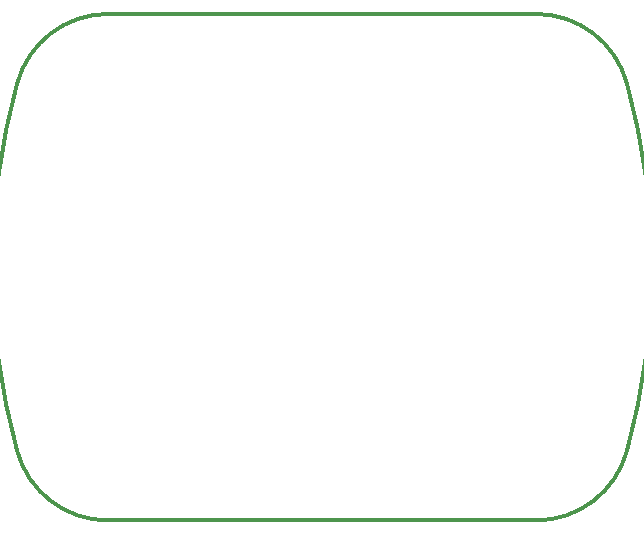
<source format=gbr>
%TF.GenerationSoftware,KiCad,Pcbnew,6.0.2+dfsg-1*%
%TF.CreationDate,2023-06-12T22:10:06+04:00*%
%TF.ProjectId,signal_generator,7369676e-616c-45f6-9765-6e657261746f,rev?*%
%TF.SameCoordinates,Original*%
%TF.FileFunction,Profile,NP*%
%FSLAX46Y46*%
G04 Gerber Fmt 4.6, Leading zero omitted, Abs format (unit mm)*
G04 Created by KiCad (PCBNEW 6.0.2+dfsg-1) date 2023-06-12 22:10:06*
%MOMM*%
%LPD*%
G01*
G04 APERTURE LIST*
%TA.AperFunction,Profile*%
%ADD10C,0.300000*%
%TD*%
G04 APERTURE END LIST*
D10*
X116020556Y-88345242D02*
G75*
G03*
X108303586Y-82454362I-7717936J-2110387D01*
G01*
X116020556Y-119454758D02*
G75*
G03*
X116020556Y-88345242I-56858624J15554758D01*
G01*
X108303586Y-125345638D02*
X72104322Y-125345638D01*
X72104322Y-82454362D02*
G75*
G03*
X64387352Y-88345242I966J-8001267D01*
G01*
X64387352Y-119454758D02*
G75*
G03*
X72104322Y-125345638I7717936J2110387D01*
G01*
X64387352Y-88345242D02*
G75*
G03*
X64387352Y-119454758I56858624J-15554758D01*
G01*
X108303586Y-125345638D02*
G75*
G03*
X116020556Y-119454758I-966J8001267D01*
G01*
X108303586Y-82454362D02*
X72104322Y-82454362D01*
M02*

</source>
